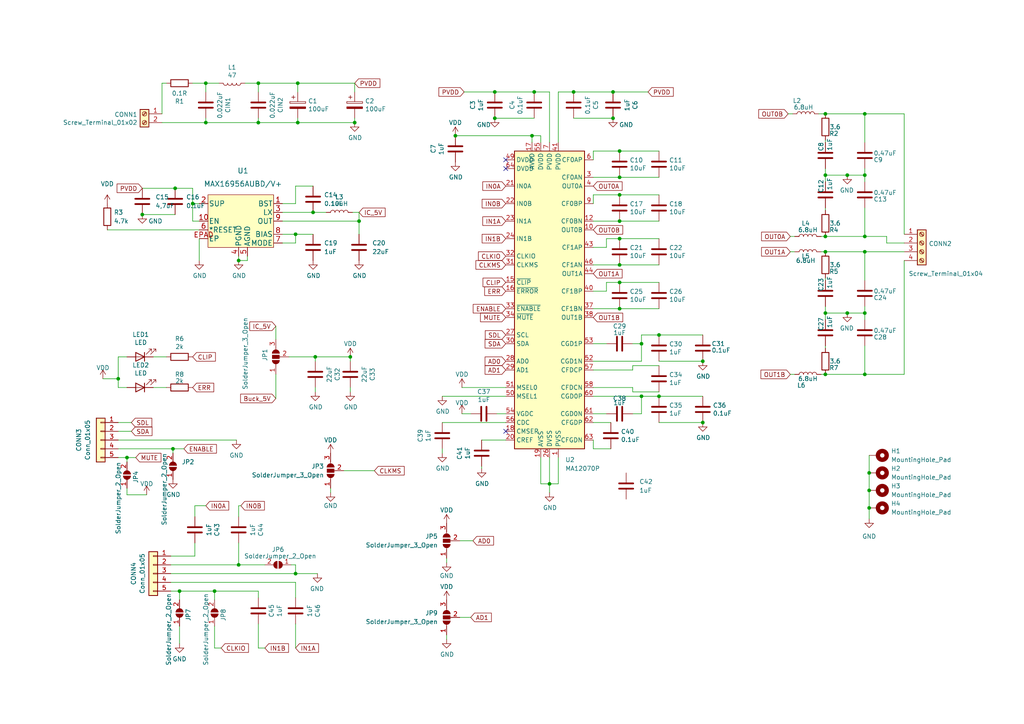
<source format=kicad_sch>
(kicad_sch (version 20211123) (generator eeschema)
  (paper "A4")
  (junction (at 239.395 90.805))
  (junction (at 203.835 122.555))
  (junction (at 250.825 73.025))
  (junction (at 239.395 108.585))
  (junction (at 143.51 34.29))
  (junction (at 85.725 166.37))
  (junction (at 239.395 68.58))
  (junction (at 85.725 67.945))
  (junction (at 252.095 137.16))
  (junction (at 101.6 103.505))
  (junction (at 59.69 24.13))
  (junction (at 143.51 26.67))
  (junction (at 91.44 103.505))
  (junction (at 252.095 147.32))
  (junction (at 55.88 59.055))
  (junction (at 239.395 33.02))
  (junction (at 191.135 97.155))
  (junction (at 90.805 61.595))
  (junction (at 166.37 26.67))
  (junction (at 34.29 109.855))
  (junction (at 245.745 50.8))
  (junction (at 36.83 132.715))
  (junction (at 62.23 171.45))
  (junction (at 250.825 90.805))
  (junction (at 179.705 64.135))
  (junction (at 179.705 51.435))
  (junction (at 154.305 39.37))
  (junction (at 74.93 35.56))
  (junction (at 250.825 50.8))
  (junction (at 69.215 75.565))
  (junction (at 104.14 64.135))
  (junction (at 50.165 130.175))
  (junction (at 179.705 56.515))
  (junction (at 177.8 34.29))
  (junction (at 239.395 73.025))
  (junction (at 250.825 108.585))
  (junction (at 132.08 39.37))
  (junction (at 52.07 171.45))
  (junction (at 186.055 99.695))
  (junction (at 86.36 24.13))
  (junction (at 159.385 140.335))
  (junction (at 250.825 33.02))
  (junction (at 177.8 26.67))
  (junction (at 252.095 142.24))
  (junction (at 186.055 114.935))
  (junction (at 74.93 24.13))
  (junction (at 179.705 76.835))
  (junction (at 245.745 90.805))
  (junction (at 239.395 50.8))
  (junction (at 86.36 35.56))
  (junction (at 203.835 104.775))
  (junction (at 59.69 35.56))
  (junction (at 179.705 89.535))
  (junction (at 69.215 163.83))
  (junction (at 250.825 68.58))
  (junction (at 179.705 81.915))
  (junction (at 102.87 35.56))
  (junction (at 154.94 26.67))
  (junction (at 41.275 62.23))
  (junction (at 179.705 43.815))
  (junction (at 50.8 54.61))
  (junction (at 191.135 114.935))
  (junction (at 179.705 69.215))
  (no_connect (at 146.685 125.095))
  (no_connect (at 146.685 46.355))
  (no_connect (at 146.685 48.895))
  (wire (pts (xy 50.165 130.175) (xy 53.34 130.175)))
  (wire (pts (xy 86.36 24.13) (xy 86.36 26.67)))
  (wire (pts (xy 172.085 104.775) (xy 186.055 104.775)))
  (wire (pts (xy 85.725 53.975) (xy 90.805 53.975)))
  (wire (pts (xy 191.135 106.045) (xy 183.515 106.045)))
  (wire (pts (xy 49.53 163.83) (xy 69.215 163.83)))
  (wire (pts (xy 238.125 68.58) (xy 239.395 68.58)))
  (wire (pts (xy 186.055 99.695) (xy 186.055 97.155)))
  (wire (pts (xy 102.87 24.13) (xy 102.87 26.67)))
  (wire (pts (xy 49.53 166.37) (xy 85.725 166.37)))
  (wire (pts (xy 161.925 41.275) (xy 161.925 26.67)))
  (wire (pts (xy 156.845 132.715) (xy 156.845 140.335)))
  (wire (pts (xy 46.99 35.56) (xy 59.69 35.56)))
  (wire (pts (xy 229.235 68.58) (xy 230.505 68.58)))
  (wire (pts (xy 250.825 100.33) (xy 250.825 108.585)))
  (wire (pts (xy 172.085 114.935) (xy 186.055 114.935)))
  (wire (pts (xy 172.085 84.455) (xy 175.895 84.455)))
  (wire (pts (xy 172.085 64.135) (xy 179.705 64.135)))
  (wire (pts (xy 250.825 73.025) (xy 262.255 73.025)))
  (wire (pts (xy 179.705 76.835) (xy 172.085 76.835)))
  (wire (pts (xy 59.69 24.13) (xy 63.5 24.13)))
  (wire (pts (xy 34.29 122.555) (xy 38.1 122.555)))
  (wire (pts (xy 56.515 149.86) (xy 56.515 146.685)))
  (wire (pts (xy 245.745 90.805) (xy 250.825 90.805)))
  (wire (pts (xy 129.54 184.15) (xy 129.54 185.42)))
  (wire (pts (xy 146.685 114.935) (xy 128.27 114.935)))
  (wire (pts (xy 86.36 24.13) (xy 102.87 24.13)))
  (wire (pts (xy 34.29 127.635) (xy 68.58 127.635)))
  (wire (pts (xy 74.93 35.56) (xy 86.36 35.56)))
  (wire (pts (xy 85.725 67.945) (xy 90.805 67.945)))
  (wire (pts (xy 46.99 24.13) (xy 46.99 33.02)))
  (wire (pts (xy 172.085 51.435) (xy 179.705 51.435)))
  (wire (pts (xy 252.095 142.24) (xy 252.095 147.32)))
  (wire (pts (xy 69.215 163.83) (xy 76.835 163.83)))
  (wire (pts (xy 250.825 88.9) (xy 250.825 90.805)))
  (wire (pts (xy 154.305 39.37) (xy 154.305 41.275)))
  (wire (pts (xy 239.395 60.96) (xy 239.395 60.325)))
  (wire (pts (xy 133.985 120.015) (xy 136.525 120.015)))
  (wire (pts (xy 36.83 132.715) (xy 36.83 133.985)))
  (wire (pts (xy 191.135 114.935) (xy 203.835 114.935)))
  (wire (pts (xy 239.395 50.8) (xy 239.395 52.705)))
  (wire (pts (xy 159.385 132.715) (xy 159.385 140.335)))
  (wire (pts (xy 69.215 146.685) (xy 69.85 146.685)))
  (wire (pts (xy 175.895 84.455) (xy 175.895 81.915)))
  (wire (pts (xy 175.895 69.215) (xy 175.895 71.755)))
  (wire (pts (xy 250.825 33.02) (xy 262.255 33.02)))
  (wire (pts (xy 186.055 99.695) (xy 183.515 99.695)))
  (wire (pts (xy 239.395 88.9) (xy 239.395 90.805)))
  (wire (pts (xy 69.215 74.295) (xy 69.215 75.565)))
  (wire (pts (xy 56.515 146.685) (xy 59.69 146.685)))
  (wire (pts (xy 74.93 187.96) (xy 76.835 187.96)))
  (wire (pts (xy 49.53 171.45) (xy 52.07 171.45)))
  (wire (pts (xy 34.29 109.855) (xy 34.29 112.395)))
  (wire (pts (xy 252.095 137.16) (xy 252.095 142.24)))
  (wire (pts (xy 257.175 70.485) (xy 262.255 70.485)))
  (wire (pts (xy 239.395 81.28) (xy 239.395 80.645)))
  (wire (pts (xy 191.135 76.835) (xy 179.705 76.835)))
  (wire (pts (xy 183.515 107.315) (xy 172.085 107.315)))
  (wire (pts (xy 239.395 68.58) (xy 250.825 68.58)))
  (wire (pts (xy 86.36 35.56) (xy 86.36 34.29)))
  (wire (pts (xy 257.175 68.58) (xy 250.825 68.58)))
  (wire (pts (xy 154.94 26.67) (xy 159.385 26.67)))
  (wire (pts (xy 81.915 61.595) (xy 90.805 61.595)))
  (wire (pts (xy 179.705 69.215) (xy 175.895 69.215)))
  (wire (pts (xy 55.88 59.055) (xy 57.785 59.055)))
  (wire (pts (xy 250.825 90.805) (xy 250.825 92.71)))
  (wire (pts (xy 34.29 125.095) (xy 38.1 125.095)))
  (wire (pts (xy 239.395 50.8) (xy 245.745 50.8)))
  (wire (pts (xy 156.845 39.37) (xy 156.845 41.275)))
  (wire (pts (xy 90.805 61.595) (xy 94.615 61.595)))
  (wire (pts (xy 139.7 135.255) (xy 139.7 135.89)))
  (wire (pts (xy 99.695 136.525) (xy 108.585 136.525)))
  (wire (pts (xy 36.83 132.715) (xy 39.37 132.715)))
  (wire (pts (xy 48.26 103.505) (xy 44.45 103.505)))
  (wire (pts (xy 166.37 26.67) (xy 177.8 26.67)))
  (wire (pts (xy 156.845 140.335) (xy 159.385 140.335)))
  (wire (pts (xy 85.725 163.83) (xy 85.725 166.37)))
  (wire (pts (xy 239.395 108.585) (xy 250.825 108.585)))
  (wire (pts (xy 85.725 168.91) (xy 85.725 173.355)))
  (wire (pts (xy 52.07 181.61) (xy 52.07 186.69)))
  (wire (pts (xy 59.69 34.29) (xy 59.69 35.56)))
  (wire (pts (xy 84.455 163.83) (xy 85.725 163.83)))
  (wire (pts (xy 229.235 108.585) (xy 230.505 108.585)))
  (wire (pts (xy 252.095 132.08) (xy 252.095 137.16)))
  (wire (pts (xy 159.385 41.275) (xy 159.385 26.67)))
  (wire (pts (xy 179.705 69.215) (xy 191.135 69.215)))
  (wire (pts (xy 74.93 24.13) (xy 86.36 24.13)))
  (wire (pts (xy 34.29 103.505) (xy 34.29 109.855)))
  (wire (pts (xy 34.29 130.175) (xy 50.165 130.175)))
  (wire (pts (xy 101.6 113.665) (xy 101.6 112.395)))
  (wire (pts (xy 250.825 33.02) (xy 250.825 41.275)))
  (wire (pts (xy 183.515 112.395) (xy 172.085 112.395)))
  (wire (pts (xy 128.27 131.445) (xy 128.27 130.175)))
  (wire (pts (xy 104.14 61.595) (xy 104.14 64.135)))
  (wire (pts (xy 146.685 112.395) (xy 133.985 112.395)))
  (wire (pts (xy 250.825 50.8) (xy 250.825 52.705)))
  (wire (pts (xy 59.69 24.13) (xy 59.69 26.67)))
  (wire (pts (xy 191.135 51.435) (xy 179.705 51.435)))
  (wire (pts (xy 252.095 147.32) (xy 252.095 150.495)))
  (wire (pts (xy 239.395 41.275) (xy 239.395 40.64)))
  (wire (pts (xy 203.835 122.555) (xy 191.135 122.555)))
  (wire (pts (xy 85.725 59.055) (xy 85.725 53.975)))
  (wire (pts (xy 183.515 106.045) (xy 183.515 107.315)))
  (wire (pts (xy 41.275 62.23) (xy 50.8 62.23)))
  (wire (pts (xy 55.88 54.61) (xy 50.8 54.61)))
  (wire (pts (xy 81.915 70.485) (xy 85.725 70.485)))
  (wire (pts (xy 239.395 100.965) (xy 239.395 100.33)))
  (wire (pts (xy 74.93 24.13) (xy 74.93 26.67)))
  (wire (pts (xy 48.26 24.13) (xy 46.99 24.13)))
  (wire (pts (xy 91.44 104.775) (xy 91.44 103.505)))
  (wire (pts (xy 81.915 67.945) (xy 85.725 67.945)))
  (wire (pts (xy 172.085 71.755) (xy 175.895 71.755)))
  (wire (pts (xy 172.085 56.515) (xy 179.705 56.515)))
  (wire (pts (xy 91.44 112.395) (xy 91.44 113.665)))
  (wire (pts (xy 36.83 141.605) (xy 36.83 143.51)))
  (wire (pts (xy 250.825 73.025) (xy 250.825 81.28)))
  (wire (pts (xy 186.055 120.015) (xy 183.515 120.015)))
  (wire (pts (xy 36.83 143.51) (xy 42.545 143.51)))
  (wire (pts (xy 69.215 75.565) (xy 71.755 75.565)))
  (wire (pts (xy 34.29 132.715) (xy 36.83 132.715)))
  (wire (pts (xy 52.07 171.45) (xy 52.07 173.99)))
  (wire (pts (xy 48.26 112.395) (xy 44.45 112.395)))
  (wire (pts (xy 191.135 97.155) (xy 203.835 97.155)))
  (wire (pts (xy 239.395 73.025) (xy 250.825 73.025)))
  (wire (pts (xy 71.12 24.13) (xy 74.93 24.13)))
  (wire (pts (xy 159.385 140.335) (xy 159.385 142.875)))
  (wire (pts (xy 175.895 120.015) (xy 172.085 120.015)))
  (wire (pts (xy 133.35 179.07) (xy 136.525 179.07)))
  (wire (pts (xy 172.085 99.695) (xy 175.895 99.695)))
  (wire (pts (xy 29.845 109.855) (xy 34.29 109.855)))
  (wire (pts (xy 74.93 35.56) (xy 59.69 35.56)))
  (wire (pts (xy 74.93 180.975) (xy 74.93 187.96)))
  (wire (pts (xy 57.785 69.215) (xy 57.785 75.565)))
  (wire (pts (xy 91.44 103.505) (xy 101.6 103.505)))
  (wire (pts (xy 85.725 70.485) (xy 85.725 67.945)))
  (wire (pts (xy 239.395 48.895) (xy 239.395 50.8)))
  (wire (pts (xy 74.93 34.29) (xy 74.93 35.56)))
  (wire (pts (xy 104.14 67.945) (xy 104.14 64.135)))
  (wire (pts (xy 238.125 73.025) (xy 239.395 73.025)))
  (wire (pts (xy 56.515 157.48) (xy 56.515 161.29)))
  (wire (pts (xy 161.925 26.67) (xy 166.37 26.67)))
  (wire (pts (xy 262.255 33.02) (xy 262.255 67.945)))
  (wire (pts (xy 50.165 130.175) (xy 50.165 131.445)))
  (wire (pts (xy 257.175 70.485) (xy 257.175 68.58)))
  (wire (pts (xy 83.82 103.505) (xy 91.44 103.505)))
  (wire (pts (xy 62.23 187.96) (xy 64.135 187.96)))
  (wire (pts (xy 86.36 35.56) (xy 102.87 35.56)))
  (wire (pts (xy 154.305 39.37) (xy 156.845 39.37)))
  (wire (pts (xy 179.705 56.515) (xy 191.135 56.515)))
  (wire (pts (xy 69.215 149.86) (xy 69.215 146.685)))
  (wire (pts (xy 49.53 161.29) (xy 56.515 161.29)))
  (wire (pts (xy 262.255 108.585) (xy 250.825 108.585)))
  (wire (pts (xy 62.23 181.61) (xy 62.23 187.96)))
  (wire (pts (xy 81.915 59.055) (xy 85.725 59.055)))
  (wire (pts (xy 161.925 132.715) (xy 161.925 140.335)))
  (wire (pts (xy 57.785 64.135) (xy 55.88 64.135)))
  (wire (pts (xy 179.705 43.815) (xy 191.135 43.815)))
  (wire (pts (xy 146.685 122.555) (xy 128.27 122.555)))
  (wire (pts (xy 146.685 120.015) (xy 144.145 120.015)))
  (wire (pts (xy 186.055 97.155) (xy 191.135 97.155)))
  (wire (pts (xy 172.085 130.175) (xy 177.165 130.175)))
  (wire (pts (xy 239.395 33.02) (xy 250.825 33.02)))
  (wire (pts (xy 55.88 59.055) (xy 55.88 54.61)))
  (wire (pts (xy 228.6 33.02) (xy 229.87 33.02)))
  (wire (pts (xy 101.6 103.505) (xy 101.6 104.775)))
  (wire (pts (xy 191.135 113.665) (xy 183.515 113.665)))
  (wire (pts (xy 172.085 122.555) (xy 177.165 122.555)))
  (wire (pts (xy 186.055 114.935) (xy 191.135 114.935)))
  (wire (pts (xy 34.29 112.395) (xy 36.83 112.395)))
  (wire (pts (xy 62.23 171.45) (xy 62.23 173.99)))
  (wire (pts (xy 172.085 43.815) (xy 172.085 46.355)))
  (wire (pts (xy 191.135 89.535) (xy 179.705 89.535)))
  (wire (pts (xy 80.01 94.615) (xy 80.01 98.425)))
  (wire (pts (xy 250.825 48.895) (xy 250.825 50.8)))
  (wire (pts (xy 154.94 26.67) (xy 143.51 26.67)))
  (wire (pts (xy 166.37 34.29) (xy 177.8 34.29)))
  (wire (pts (xy 186.055 104.775) (xy 186.055 99.695)))
  (wire (pts (xy 191.135 81.915) (xy 179.705 81.915)))
  (wire (pts (xy 175.895 81.915) (xy 179.705 81.915)))
  (wire (pts (xy 102.87 35.56) (xy 102.87 34.29)))
  (wire (pts (xy 262.255 75.565) (xy 262.255 108.585)))
  (wire (pts (xy 172.085 43.815) (xy 179.705 43.815)))
  (wire (pts (xy 143.51 34.29) (xy 154.94 34.29)))
  (wire (pts (xy 85.725 187.96) (xy 85.725 180.975)))
  (wire (pts (xy 172.085 56.515) (xy 172.085 59.055)))
  (wire (pts (xy 85.725 166.37) (xy 92.075 166.37)))
  (wire (pts (xy 238.125 108.585) (xy 239.395 108.585)))
  (wire (pts (xy 36.83 103.505) (xy 34.29 103.505)))
  (wire (pts (xy 55.88 24.13) (xy 59.69 24.13)))
  (wire (pts (xy 237.49 33.02) (xy 239.395 33.02)))
  (wire (pts (xy 186.055 114.935) (xy 186.055 120.015)))
  (wire (pts (xy 245.745 50.8) (xy 250.825 50.8)))
  (wire (pts (xy 191.135 104.775) (xy 203.835 104.775)))
  (wire (pts (xy 74.93 173.355) (xy 74.93 171.45)))
  (wire (pts (xy 239.395 90.805) (xy 239.395 92.71)))
  (wire (pts (xy 80.01 115.57) (xy 80.01 108.585)))
  (wire (pts (xy 129.54 161.925) (xy 129.54 163.195)))
  (wire (pts (xy 239.395 90.805) (xy 245.745 90.805)))
  (wire (pts (xy 134.62 26.67) (xy 143.51 26.67)))
  (wire (pts (xy 250.825 60.325) (xy 250.825 68.58)))
  (wire (pts (xy 172.085 89.535) (xy 179.705 89.535)))
  (wire (pts (xy 95.885 141.605) (xy 95.885 142.875)))
  (wire (pts (xy 161.925 140.335) (xy 159.385 140.335)))
  (wire (pts (xy 52.07 171.45) (xy 62.23 171.45)))
  (wire (pts (xy 133.35 156.845) (xy 137.16 156.845)))
  (wire (pts (xy 102.235 61.595) (xy 104.14 61.595)))
  (wire (pts (xy 71.755 75.565) (xy 71.755 74.295)))
  (wire (pts (xy 81.915 64.135) (xy 104.14 64.135)))
  (wire (pts (xy 74.93 171.45) (xy 62.23 171.45)))
  (wire (pts (xy 179.705 64.135) (xy 191.135 64.135)))
  (wire (pts (xy 146.685 127.635) (xy 139.7 127.635)))
  (wire (pts (xy 172.085 127.635) (xy 172.085 130.175)))
  (wire (pts (xy 69.215 157.48) (xy 69.215 163.83)))
  (wire (pts (xy 183.515 113.665) (xy 183.515 112.395)))
  (wire (pts (xy 49.53 168.91) (xy 85.725 168.91)))
  (wire (pts (xy 132.08 39.37) (xy 154.305 39.37)))
  (wire (pts (xy 177.8 26.67) (xy 187.96 26.67)))
  (wire (pts (xy 31.115 66.675) (xy 57.785 66.675)))
  (wire (pts (xy 41.275 54.61) (xy 50.8 54.61)))
  (wire (pts (xy 229.235 73.025) (xy 230.505 73.025)))
  (wire (pts (xy 55.88 64.135) (xy 55.88 59.055)))
  (global_label "IN1B" (shape input) (at 76.835 187.96 0) (property "Intersheet References" "${INTERSHEET_REFS}" (effects hide)))
  (global_label "OUT1A" (shape input) (at 172.085 79.375 0) (property "Intersheet References" "${INTERSHEET_REFS}" (effects hide)))
  (global_label "OUT1B" (shape input) (at 229.235 108.585 180) (property "Intersheet References" "${INTERSHEET_REFS}" (effects hide)))
  (global_label "ENABLE" (shape input) (at 53.34 130.175 0) (property "Intersheet References" "${INTERSHEET_REFS}" (effects hide)))
  (global_label "PVDD" (shape input) (at 102.87 24.13 0) (property "Intersheet References" "${INTERSHEET_REFS}" (effects hide)))
  (global_label "IC_5V" (shape input) (at 104.14 61.595 0) (property "Intersheet References" "${INTERSHEET_REFS}" (effects hide)))
  (global_label "IN0B" (shape input) (at 146.685 59.055 180) (property "Intersheet References" "${INTERSHEET_REFS}" (effects hide)))
  (global_label "MUTE" (shape input) (at 146.685 92.075 180) (property "Intersheet References" "${INTERSHEET_REFS}" (effects hide)))
  (global_label "OUT0A" (shape input) (at 172.085 53.975 0) (property "Intersheet References" "${INTERSHEET_REFS}" (effects hide)))
  (global_label "OUT0A" (shape input) (at 229.235 68.58 180) (property "Intersheet References" "${INTERSHEET_REFS}" (effects hide)))
  (global_label "SDL" (shape input) (at 38.1 122.555 0) (property "Intersheet References" "${INTERSHEET_REFS}" (effects hide)))
  (global_label "CLKMS" (shape input) (at 108.585 136.525 0) (property "Intersheet References" "${INTERSHEET_REFS}" (effects hide)))
  (global_label "CLKIO" (shape input) (at 64.135 187.96 0) (property "Intersheet References" "${INTERSHEET_REFS}" (effects hide)))
  (global_label "PVDD" (shape input) (at 134.62 26.67 180) (property "Intersheet References" "${INTERSHEET_REFS}" (effects hide)))
  (global_label "CLIP" (shape input) (at 55.88 103.505 0) (property "Intersheet References" "${INTERSHEET_REFS}" (effects hide)))
  (global_label "AD0" (shape input) (at 137.16 156.845 0) (property "Intersheet References" "${INTERSHEET_REFS}" (effects hide)))
  (global_label "PVDD" (shape input) (at 187.96 26.67 0) (property "Intersheet References" "${INTERSHEET_REFS}" (effects hide)))
  (global_label "IN1A" (shape input) (at 85.725 187.96 0) (property "Intersheet References" "${INTERSHEET_REFS}" (effects hide)))
  (global_label "SDA" (shape input) (at 146.685 99.695 180) (property "Intersheet References" "${INTERSHEET_REFS}" (effects hide)))
  (global_label "ERR" (shape input) (at 55.88 112.395 0) (property "Intersheet References" "${INTERSHEET_REFS}" (effects hide)))
  (global_label "IN1B" (shape input) (at 146.685 69.215 180) (property "Intersheet References" "${INTERSHEET_REFS}" (effects hide)))
  (global_label "MUTE" (shape input) (at 39.37 132.715 0) (property "Intersheet References" "${INTERSHEET_REFS}" (effects hide)))
  (global_label "AD1" (shape input) (at 136.525 179.07 0) (property "Intersheet References" "${INTERSHEET_REFS}" (effects hide)))
  (global_label "Buck_5V" (shape input) (at 80.01 115.57 180) (property "Intersheet References" "${INTERSHEET_REFS}" (effects hide)))
  (global_label "OUT0B" (shape input) (at 172.085 66.675 0) (property "Intersheet References" "${INTERSHEET_REFS}" (effects hide)))
  (global_label "CLIP" (shape input) (at 146.685 81.915 180) (property "Intersheet References" "${INTERSHEET_REFS}" (effects hide)))
  (global_label "IN0B" (shape input) (at 69.85 146.685 0) (property "Intersheet References" "${INTERSHEET_REFS}" (effects hide)))
  (global_label "CLKMS" (shape input) (at 146.685 76.835 180) (property "Intersheet References" "${INTERSHEET_REFS}" (effects hide)))
  (global_label "IN0A" (shape input) (at 146.685 53.975 180) (property "Intersheet References" "${INTERSHEET_REFS}" (effects hide)))
  (global_label "AD1" (shape input) (at 146.685 107.315 180) (property "Intersheet References" "${INTERSHEET_REFS}" (effects hide)))
  (global_label "ENABLE" (shape input) (at 146.685 89.535 180) (property "Intersheet References" "${INTERSHEET_REFS}" (effects hide)))
  (global_label "IN0A" (shape input) (at 59.69 146.685 0) (property "Intersheet References" "${INTERSHEET_REFS}" (effects hide)))
  (global_label "IC_5V" (shape input) (at 80.01 94.615 180) (property "Intersheet References" "${INTERSHEET_REFS}" (effects hide)))
  (global_label "AD0" (shape input) (at 146.685 104.775 180) (property "Intersheet References" "${INTERSHEET_REFS}" (effects hide)))
  (global_label "OUT0B" (shape input) (at 228.6 33.02 180) (property "Intersheet References" "${INTERSHEET_REFS}" (effects hide)))
  (global_label "ERR" (shape input) (at 146.685 84.455 180) (property "Intersheet References" "${INTERSHEET_REFS}" (effects hide)))
  (global_label "SDL" (shape input) (at 146.685 97.155 180) (property "Intersheet References" "${INTERSHEET_REFS}" (effects hide)))
  (global_label "PVDD" (shape input) (at 41.275 54.61 180) (property "Intersheet References" "${INTERSHEET_REFS}" (effects hide)))
  (global_label "OUT1B" (shape input) (at 172.085 92.075 0) (property "Intersheet References" "${INTERSHEET_REFS}" (effects hide)))
  (global_label "SDA" (shape input) (at 38.1 125.095 0) (property "Intersheet References" "${INTERSHEET_REFS}" (effects hide)))
  (global_label "CLKIO" (shape input) (at 146.685 74.295 180) (property "Intersheet References" "${INTERSHEET_REFS}" (effects hide)))
  (global_label "OUT1A" (shape input) (at 229.235 73.025 180) (property "Intersheet References" "${INTERSHEET_REFS}" (effects hide)))
  (global_label "IN1A" (shape input) (at 146.685 64.135 180) (property "Intersheet References" "${INTERSHEET_REFS}" (effects hide)))
  (symbol (lib_id "Device:L") (at 233.68 33.02 270) (mirror x) (unit 1)
    (property "Reference" "L2" (at 231.14 29.21 90))
    (property "Value" "6.8uH" (at 233.045 31.115 90))
    (property "Footprint" "Inductor_TH_Bourns:L_Radia_Zylinder_D9.0_P5.0" (effects hide))
  )
  (symbol (lib_id "Device:R") (at 239.395 36.83 0) (mirror y) (unit 1)
    (property "Reference" "R2" (at 243.205 38.735 0) (effects (justify left)))
    (property "Value" "3.6" (at 243.84 36.83 0) (effects (justify left)))
    (property "Footprint" "Resistor_SMD:R_1206_3216Metric_Pad1.30x1.75mm_HandSolder" (effects hide))
  )
  (symbol (lib_id "Device:C") (at 239.395 45.085 0) (mirror y) (unit 1)
    (property "Reference" "C8" (at 238.125 42.545 90))
    (property "Value" "1uF" (at 240.665 41.91 90))
    (property "Footprint" "Capacitor_TH_TDK:C_Rect_L7.3_W4.5_P5.0" (effects hide))
    (property "property_1" "L13.0xW5.0" (effects hide))
    (property "infineonRef" "C0A0" (effects hide))
  )
  (symbol (lib_id "power:GND") (at 245.745 50.8 0) (mirror y) (unit 1)
    (property "Reference" "#PWR06" (effects hide))
    (property "Value" "GND" (at 245.618 55.1942 0))
  )
  (symbol (lib_id "Device:L") (at 234.315 68.58 270) (mirror x) (unit 1)
    (property "Reference" "L4" (at 233.68 64.77 90))
    (property "Value" "6.8uH" (at 234.315 66.675 90))
    (property "Footprint" "Inductor_TH_Bourns:L_Radia_Zylinder_D9.0_P5.0" (effects hide))
  )
  (symbol (lib_id "Device:C") (at 250.825 45.085 180) (unit 1)
    (property "Reference" "C9" (at 253.365 46.355 0) (effects (justify right)))
    (property "Value" "0.47uF" (at 253.365 44.45 0) (effects (justify right)))
    (property "Footprint" "Capacitor_TH_TDK:C_Rect_L7.3_W4.5_P5.0" (effects hide))
    (property "infineonRef" "C0B1" (effects hide))
    (property "property_1" "L7.2xW4.5" (effects hide))
  )
  (symbol (lib_id "Device:R") (at 239.395 64.77 0) (mirror y) (unit 1)
    (property "Reference" "R4" (at 243.205 66.675 0) (effects (justify left)))
    (property "Value" "3.6" (at 243.84 64.77 0) (effects (justify left)))
    (property "Footprint" "Resistor_SMD:R_1206_3216Metric_Pad1.30x1.75mm_HandSolder" (effects hide))
  )
  (symbol (lib_id "Device:C") (at 239.395 56.515 180) (unit 1)
    (property "Reference" "C12" (at 238.125 53.975 90))
    (property "Value" "1uF" (at 240.665 53.34 90))
    (property "Footprint" "Capacitor_TH_TDK:C_Rect_L7.3_W4.5_P5.0" (effects hide))
    (property "property_1" "L13.0xW5.0" (effects hide))
    (property "infineonRef" "C0B0" (effects hide))
  )
  (symbol (lib_id "Device:C") (at 250.825 56.515 180) (unit 1)
    (property "Reference" "C13" (at 253.365 57.785 0) (effects (justify right)))
    (property "Value" "0.47uF" (at 253.365 55.88 0) (effects (justify right)))
    (property "Footprint" "Capacitor_TH_TDK:C_Rect_L7.3_W4.5_P5.0" (effects hide))
    (property "infineonRef" "C0A1" (effects hide))
    (property "property_1" "L7.2xW4.5" (effects hide))
  )
  (symbol (lib_id "Connector:Screw_Terminal_01x04") (at 267.335 70.485 0) (unit 1)
    (property "Reference" "CONN2" (at 269.367 70.6882 0) (effects (justify left)))
    (property "Value" "Screw_Terminal_01x04" (at 263.525 79.375 0) (effects (justify left)))
    (property "Footprint" "TerminalBlock_Phoenix:TerminalBlock_Phoenix_MKDS-1,5-4_1x04_P5.00mm_Horizontal" (effects hide))
  )
  (symbol (lib_id "Connector:Screw_Terminal_01x02") (at 41.91 33.02 0) (mirror y) (unit 1)
    (property "Reference" "CONN1" (at 39.878 33.2232 0) (effects (justify left)))
    (property "Value" "Screw_Terminal_01x02" (at 39.878 35.5346 0) (effects (justify left)))
    (property "Footprint" "TerminalBlock_Phoenix:TerminalBlock_Phoenix_MKDS-1,5-2_1x02_P5.00mm_Horizontal" (effects hide))
  )
  (symbol (lib_id "Device:C") (at 179.705 47.625 0) (unit 1)
    (property "Reference" "C10" (at 182.626 46.4566 0) (effects (justify left)))
    (property "Value" "10uF" (at 182.626 48.768 0) (effects (justify left)))
    (property "Footprint" "Capacitor_SMD:C_1206_3216Metric_Pad1.33x1.80mm_HandSolder" (effects hide))
    (property "infineonRef" "CF0A0" (effects hide))
    (property "property_1" "X5R" (effects hide))
    (property "property_2" "25V" (effects hide))
  )
  (symbol (lib_id "Device:C") (at 191.135 47.625 0) (unit 1)
    (property "Reference" "C11" (at 194.056 46.4566 0) (effects (justify left)))
    (property "Value" "10uF" (at 194.056 48.768 0) (effects (justify left)))
    (property "Footprint" "Capacitor_SMD:C_1206_3216Metric_Pad1.33x1.80mm_HandSolder" (effects hide))
    (property "infineonRef" "CF0A1" (effects hide))
    (property "property_1" "X5R" (effects hide))
    (property "property_2" "25V" (effects hide))
  )
  (symbol (lib_id "Device:C") (at 179.705 60.325 0) (unit 1)
    (property "Reference" "C17" (at 182.626 59.1566 0) (effects (justify left)))
    (property "Value" "10uF" (at 182.626 61.468 0) (effects (justify left)))
    (property "Footprint" "Capacitor_SMD:C_1206_3216Metric_Pad1.33x1.80mm_HandSolder" (effects hide))
    (property "infineonRef" "CF0B0" (effects hide))
    (property "property_1" "X5R" (effects hide))
    (property "property_2" "25V" (effects hide))
  )
  (symbol (lib_id "Device:C") (at 191.135 60.325 0) (unit 1)
    (property "Reference" "C18" (at 194.056 59.1566 0) (effects (justify left)))
    (property "Value" "10uF" (at 194.056 61.468 0) (effects (justify left)))
    (property "Footprint" "Capacitor_SMD:C_1206_3216Metric_Pad1.33x1.80mm_HandSolder" (effects hide))
    (property "infineonRef" "CF0B1" (effects hide))
    (property "property_1" "X5R" (effects hide))
    (property "property_2" "25V" (effects hide))
  )
  (symbol (lib_id "Device:C") (at 179.705 73.025 0) (unit 1)
    (property "Reference" "C21" (at 182.626 71.8566 0) (effects (justify left)))
    (property "Value" "10uF" (at 182.626 74.168 0) (effects (justify left)))
    (property "Footprint" "Capacitor_SMD:C_1206_3216Metric_Pad1.33x1.80mm_HandSolder" (effects hide))
    (property "infineonRef" "CF1A0" (effects hide))
    (property "property_1" "X5R" (effects hide))
    (property "property_2" "25V" (effects hide))
  )
  (symbol (lib_id "Device:C") (at 191.135 73.025 0) (unit 1)
    (property "Reference" "C22" (at 194.056 71.8566 0) (effects (justify left)))
    (property "Value" "10uF" (at 194.056 74.168 0) (effects (justify left)))
    (property "Footprint" "Capacitor_SMD:C_1206_3216Metric_Pad1.33x1.80mm_HandSolder" (effects hide))
    (property "infineonRef" "CF1A1" (effects hide))
    (property "property_1" "X5R" (effects hide))
    (property "property_2" "25V" (effects hide))
  )
  (symbol (lib_id "Device:C") (at 179.705 85.725 0) (unit 1)
    (property "Reference" "C25" (at 182.626 84.5566 0) (effects (justify left)))
    (property "Value" "10uF" (at 182.626 86.868 0) (effects (justify left)))
    (property "Footprint" "Capacitor_SMD:C_1206_3216Metric_Pad1.33x1.80mm_HandSolder" (effects hide))
    (property "infineonRef" "CF1B0" (effects hide))
    (property "property_1" "X5R" (effects hide))
    (property "property_2" "25V" (effects hide))
  )
  (symbol (lib_id "Device:C") (at 191.135 85.725 0) (unit 1)
    (property "Reference" "C26" (at 194.056 84.5566 0) (effects (justify left)))
    (property "Value" "10uF" (at 194.056 86.868 0) (effects (justify left)))
    (property "Footprint" "Capacitor_SMD:C_1206_3216Metric_Pad1.33x1.80mm_HandSolder" (effects hide))
    (property "infineonRef" "CF1B1" (effects hide))
    (property "property_1" "X5R" (effects hide))
    (property "property_2" "25V" (effects hide))
  )
  (symbol (lib_id "power:GND") (at 129.54 185.42 0) (unit 1)
    (property "Reference" "#PWR036" (effects hide))
    (property "Value" "GND" (at 129.667 189.8142 0))
  )
  (symbol (lib_id "power:GND") (at 129.54 163.195 0) (unit 1)
    (property "Reference" "#PWR033" (effects hide))
    (property "Value" "GND" (at 129.54 167.005 0))
  )
  (symbol (lib_id "power:GND") (at 128.27 114.935 0) (unit 1)
    (property "Reference" "#PWR020" (effects hide))
    (property "Value" "GND" (at 128.397 119.3292 0))
  )
  (symbol (lib_id "power:GND") (at 159.385 142.875 0) (unit 1)
    (property "Reference" "#PWR029" (effects hide))
    (property "Value" "GND" (at 159.512 147.2692 0))
  )
  (symbol (lib_id "Device:C") (at 179.705 99.695 270) (unit 1)
    (property "Reference" "C29" (at 179.705 94.615 90))
    (property "Value" "1uF" (at 179.705 96.52 90))
    (property "Footprint" "Capacitor_SMD:C_1206_3216Metric_Pad1.33x1.80mm_HandSolder" (effects hide))
    (property "infineonRef" "CGD0" (effects hide))
    (property "property_1" "X7R" (effects hide))
    (property "property_2" "25V" (effects hide))
  )
  (symbol (lib_id "Device:C") (at 191.135 100.965 0) (unit 1)
    (property "Reference" "C30" (at 194.056 99.7966 0) (effects (justify left)))
    (property "Value" "1uF" (at 194.056 102.108 0) (effects (justify left)))
    (property "Footprint" "Capacitor_SMD:C_1206_3216Metric_Pad1.33x1.80mm_HandSolder" (effects hide))
    (property "infineonRef" "CGD1N1" (effects hide))
    (property "property_1" "X5R" (effects hide))
    (property "property_2" "50V" (effects hide))
  )
  (symbol (lib_id "Device:C") (at 203.835 100.965 180) (unit 1)
    (property "Reference" "C31" (at 206.375 99.695 0) (effects (justify right)))
    (property "Value" "0.1uF" (at 206.375 101.6 0) (effects (justify right)))
    (property "Footprint" "Capacitor_SMD:C_1206_3216Metric_Pad1.33x1.80mm_HandSolder" (effects hide))
    (property "infineonRef" "CGD1N0" (effects hide))
    (property "property_1" "X7R" (effects hide))
    (property "property_2" "50V" (effects hide))
  )
  (symbol (lib_id "power:GND") (at 203.835 122.555 0) (unit 1)
    (property "Reference" "#PWR022" (effects hide))
    (property "Value" "GND" (at 203.962 126.9492 0))
  )
  (symbol (lib_id "Device:C") (at 140.335 120.015 270) (unit 1)
    (property "Reference" "C37" (at 140.335 113.6142 90))
    (property "Value" "1uF" (at 140.335 115.9256 90))
    (property "Footprint" "Capacitor_SMD:C_1206_3216Metric_Pad1.33x1.80mm_HandSolder" (effects hide))
    (property "infineonRef" "CVGDC" (effects hide))
    (property "property_1" "X7R" (effects hide))
    (property "property_2" "25V" (effects hide))
  )
  (symbol (lib_id "Device:C") (at 128.27 126.365 0) (unit 1)
    (property "Reference" "C39" (at 121.92 126.365 90))
    (property "Value" "1uF" (at 124.1806 126.365 90))
    (property "Footprint" "Capacitor_SMD:C_1206_3216Metric_Pad1.33x1.80mm_HandSolder" (effects hide))
    (property "infineonRef" "CCDC" (effects hide))
    (property "property_1" "X7R" (effects hide))
    (property "property_2" "25V" (effects hide))
  )
  (symbol (lib_id "power:GND") (at 128.27 131.445 0) (unit 1)
    (property "Reference" "#PWR025" (effects hide))
    (property "Value" "GND" (at 128.397 135.8392 0))
  )
  (symbol (lib_id "Device:C") (at 139.7 131.445 0) (unit 1)
    (property "Reference" "C41" (at 133.2992 131.445 90))
    (property "Value" "1uF" (at 135.6106 131.445 90))
    (property "Footprint" "Capacitor_SMD:C_1206_3216Metric_Pad1.33x1.80mm_HandSolder" (effects hide))
    (property "infineonRef" "CCREF" (effects hide))
    (property "property_1" "X7R" (effects hide))
    (property "property_2" "25V" (effects hide))
  )
  (symbol (lib_id "power:GND") (at 139.7 135.89 0) (unit 1)
    (property "Reference" "#PWR026" (effects hide))
    (property "Value" "GND" (at 139.827 140.2842 0))
  )
  (symbol (lib_id "Device:C") (at 177.165 126.365 180) (unit 1)
    (property "Reference" "C40" (at 180.086 125.1966 0) (effects (justify right)))
    (property "Value" "0.1uF" (at 180.086 127.508 0) (effects (justify right)))
    (property "Footprint" "Capacitor_SMD:C_1206_3216Metric_Pad1.33x1.80mm_HandSolder" (effects hide))
    (property "infineonRef" "CFGD" (effects hide))
    (property "property_1" "X7R" (effects hide))
    (property "property_2" "50V" (effects hide))
  )
  (symbol (lib_id "Device:C") (at 179.705 120.015 270) (unit 1)
    (property "Reference" "C38" (at 179.705 115.57 90))
    (property "Value" "1uF" (at 179.705 116.84 90))
    (property "Footprint" "Capacitor_SMD:C_1206_3216Metric_Pad1.33x1.80mm_HandSolder" (effects hide))
    (property "infineonRef" "CGD1" (effects hide))
    (property "property_1" "X7R" (effects hide))
    (property "property_2" "25V" (effects hide))
  )
  (symbol (lib_id "Device:C") (at 191.135 118.745 0) (unit 1)
    (property "Reference" "C35" (at 194.056 117.5766 0) (effects (justify left)))
    (property "Value" "1uF" (at 194.056 119.888 0) (effects (justify left)))
    (property "Footprint" "Capacitor_SMD:C_1206_3216Metric_Pad1.33x1.80mm_HandSolder" (effects hide))
    (property "infineonRef" "CGD0N1" (effects hide))
    (property "property_1" "X5R" (effects hide))
    (property "property_2" "50V" (effects hide))
  )
  (symbol (lib_id "Device:C") (at 203.835 118.745 180) (unit 1)
    (property "Reference" "C36" (at 206.756 117.5766 0) (effects (justify right)))
    (property "Value" "0.1uF" (at 206.756 119.888 0) (effects (justify right)))
    (property "Footprint" "Capacitor_SMD:C_1206_3216Metric_Pad1.33x1.80mm_HandSolder" (effects hide))
    (property "infineonRef" "CGD0N0" (effects hide))
    (property "property_1" "X7R" (effects hide))
    (property "property_2" "50V" (effects hide))
  )
  (symbol (lib_id "power:GND") (at 203.835 104.775 0) (unit 1)
    (property "Reference" "#PWR015" (effects hide))
    (property "Value" "GND" (at 203.962 109.1692 0))
  )
  (symbol (lib_id "Device:C") (at 191.135 109.855 0) (unit 1)
    (property "Reference" "C34" (at 194.056 108.6866 0) (effects (justify left)))
    (property "Value" "1uF" (at 194.056 110.998 0) (effects (justify left)))
    (property "Footprint" "Capacitor_SMD:C_1206_3216Metric_Pad1.33x1.80mm_HandSolder" (effects hide))
    (property "infineonRef" "CFDC" (effects hide))
    (property "property_1" "X7R" (effects hide))
    (property "property_2" "25V" (effects hide))
  )
  (symbol (lib_id "Device:C") (at 166.37 30.48 0) (unit 1)
    (property "Reference" "C5" (at 172.7708 30.48 90))
    (property "Value" "0.1uF" (at 170.4594 30.48 90))
    (property "Footprint" "Capacitor_SMD:C_1206_3216Metric_Pad1.33x1.80mm_HandSolder" (effects hide))
    (property "infineonRef" "CPVDD1A" (effects hide))
    (property "property_1" "X7R" (effects hide))
    (property "property_2" "50V" (effects hide))
  )
  (symbol (lib_id "Device:C") (at 177.8 30.48 0) (unit 1)
    (property "Reference" "C6" (at 184.2008 30.48 90))
    (property "Value" "1uF" (at 181.8894 30.48 90))
    (property "Footprint" "Capacitor_SMD:C_1206_3216Metric_Pad1.33x1.80mm_HandSolder" (effects hide))
    (property "infineonRef" "CPVDD1B" (effects hide))
    (property "property_1" "X5R" (effects hide))
    (property "property_2" "50V" (effects hide))
  )
  (symbol (lib_id "power:GND") (at 177.8 34.29 0) (unit 1)
    (property "Reference" "#PWR02" (effects hide))
    (property "Value" "GND" (at 181.61 36.195 0))
  )
  (symbol (lib_id "Device:C") (at 154.94 30.48 0) (mirror y) (unit 1)
    (property "Reference" "C4" (at 148.5392 30.48 90))
    (property "Value" "0.1uF" (at 150.8506 30.48 90))
    (property "Footprint" "Capacitor_SMD:C_1206_3216Metric_Pad1.33x1.80mm_HandSolder" (effects hide))
    (property "infineonRef" "CPVDD0A" (effects hide))
    (property "property_1" "X7R" (effects hide))
    (property "property_2" "50V" (effects hide))
  )
  (symbol (lib_id "Device:C") (at 143.51 30.48 0) (mirror y) (unit 1)
    (property "Reference" "C3" (at 137.1092 30.48 90))
    (property "Value" "1uF" (at 139.4206 30.48 90))
    (property "Footprint" "Capacitor_SMD:C_1206_3216Metric_Pad1.33x1.80mm_HandSolder" (effects hide))
    (property "infineonRef" "CPVDD0B" (effects hide))
    (property "property_1" "X5R" (effects hide))
    (property "property_2" "50V" (effects hide))
  )
  (symbol (lib_id "power:GND") (at 143.51 34.29 0) (mirror y) (unit 1)
    (property "Reference" "#PWR01" (effects hide))
    (property "Value" "GND" (at 140.335 36.195 0))
  )
  (symbol (lib_id "Device:C") (at 132.08 43.18 0) (mirror y) (unit 1)
    (property "Reference" "C7" (at 125.6792 43.18 90))
    (property "Value" "1uF" (at 127.9906 43.18 90))
    (property "Footprint" "Capacitor_SMD:C_1206_3216Metric_Pad1.33x1.80mm_HandSolder" (effects hide))
    (property "infineonRef" "CAVDD0" (effects hide))
    (property "property_1" "X7R" (effects hide))
    (property "property_2" "25V" (effects hide))
  )
  (symbol (lib_id "power:GND") (at 132.08 46.99 0) (unit 1)
    (property "Reference" "#PWR05" (effects hide))
    (property "Value" "GND" (at 132.207 51.3842 0))
  )
  (symbol (lib_id "Device:R") (at 52.07 103.505 270) (unit 1)
    (property "Reference" "R6" (at 52.07 98.2472 90))
    (property "Value" "2k" (at 52.07 100.5586 90))
    (property "Footprint" "Resistor_SMD:R_1206_3216Metric_Pad1.30x1.75mm_HandSolder" (effects hide))
    (property "infineonRef" "R_CLIP" (effects hide))
  )
  (symbol (lib_id "Device:R") (at 52.07 112.395 270) (unit 1)
    (property "Reference" "R8" (at 52.07 108.585 90))
    (property "Value" "2k" (at 52.07 110.49 90))
    (property "Footprint" "Resistor_SMD:R_1206_3216Metric_Pad1.30x1.75mm_HandSolder" (effects hide))
    (property "infineonRef" "R_ERROR" (effects hide))
  )
  (symbol (lib_id "Device:LED") (at 40.64 103.505 180) (unit 1)
    (property "Reference" "LED1" (at 40.8178 97.028 0))
    (property "Value" "LED" (at 40.8178 99.3394 0))
    (property "Footprint" "LED_SMD:LED_1206_3216Metric_Pad1.42x1.75mm_HandSolder" (effects hide))
    (property "infineonRef" "CLIP_LED_1" (effects hide))
  )
  (symbol (lib_id "Device:LED") (at 40.64 112.395 180) (unit 1)
    (property "Reference" "LED2" (at 40.8178 105.918 0))
    (property "Value" "LED" (at 40.8178 108.2294 0))
    (property "Footprint" "LED_SMD:LED_1206_3216Metric_Pad1.42x1.75mm_HandSolder" (effects hide))
    (property "infineonRef" "ERROR_LED_1" (effects hide))
  )
  (symbol (lib_id "Device:C") (at 91.44 108.585 0) (mirror x) (unit 1)
    (property "Reference" "C32" (at 97.8408 108.585 90))
    (property "Value" "22uF" (at 95.5294 108.585 90))
    (property "Footprint" "Capacitor_SMD:C_1206_3216Metric_Pad1.33x1.80mm_HandSolder" (effects hide))
    (property "infineonRef" "COUNTBUCK0" (effects hide))
    (property "property_2" "50V" (effects hide))
  )
  (symbol (lib_id "power:GND") (at 91.44 113.665 0) (unit 1)
    (property "Reference" "#PWR018" (effects hide))
    (property "Value" "GND" (at 91.567 118.0592 0))
  )
  (symbol (lib_id "Device:C") (at 101.6 108.585 0) (mirror x) (unit 1)
    (property "Reference" "C33" (at 108.0008 108.585 90))
    (property "Value" "22uF" (at 105.6894 108.585 90))
    (property "Footprint" "Capacitor_SMD:C_1206_3216Metric_Pad1.33x1.80mm_HandSolder" (effects hide))
    (property "infineonRef" "COUNTBUCK1" (effects hide))
    (property "property_2" "50V" (effects hide))
  )
  (symbol (lib_id "power:GND") (at 101.6 113.665 0) (unit 1)
    (property "Reference" "#PWR019" (effects hide))
    (property "Value" "GND" (at 101.727 118.0592 0))
  )
  (symbol (lib_id "Device:R") (at 52.07 24.13 90) (unit 1)
    (property "Reference" "R1" (at 52.07 29.3878 90))
    (property "Value" "0.1R" (at 52.07 27.0764 90))
    (property "Footprint" "Resistor_SMD:R_1206_3216Metric_Pad1.30x1.75mm_HandSolder" (effects hide))
    (property "infineonRef" "RPVDD1" (effects hide))
  )
  (symbol (lib_id "Device:C") (at 59.69 30.48 0) (mirror x) (unit 1)
    (property "Reference" "CIN1" (at 66.0908 30.48 90))
    (property "Value" "0.022uF" (at 63.7794 30.48 90))
    (property "Footprint" "Capacitor_SMD:C_1206_3216Metric_Pad1.33x1.80mm_HandSolder" (effects hide))
    (property "infineonRef" "CIN0" (effects hide))
    (property "property_1" "X7R" (effects hide))
    (property "property_2" "50V" (effects hide))
  )
  (symbol (lib_id "Device:L") (at 67.31 24.13 270) (unit 1)
    (property "Reference" "L1" (at 67.31 19.5326 90))
    (property "Value" "47" (at 67.31 21.844 90))
    (property "Footprint" "Inductor_SMD:L_2010_5025Metric_Pad1.52x2.65mm_HandSolder" (effects hide))
    (property "infineonRef" "LSUP1" (effects hide))
  )
  (symbol (lib_id "Device:C") (at 74.93 30.48 0) (mirror x) (unit 1)
    (property "Reference" "CIN2" (at 81.3308 30.48 90))
    (property "Value" "0.022uF" (at 79.0194 30.48 90))
    (property "Footprint" "Capacitor_SMD:C_1206_3216Metric_Pad1.33x1.80mm_HandSolder" (effects hide))
    (property "infineonRef" "CIN1" (effects hide))
    (property "property_1" "X7R" (effects hide))
    (property "property_2" "50V" (effects hide))
  )
  (symbol (lib_id "Device:CP") (at 86.36 30.48 0) (unit 1)
    (property "Reference" "C1" (at 89.3572 29.3116 0) (effects (justify left)))
    (property "Value" "100uF" (at 89.3572 31.623 0) (effects (justify left)))
    (property "Footprint" "Capacitor_THT:CP_Radial_D10.0mm_P5.00mm" (effects hide))
    (property "Datasheet" "https://www.nichicon.co.jp/english/products/pdfs/e-ufg.pdf" (effects hide))
    (property "infineonRef" "CSUP1" (effects hide))
    (property "property_2" "UWT" (effects hide))
    (property "property_1" "35V" (effects hide))
    (property "DigikeyRef" "UFG1V101MPM" (effects hide))
  )
  (symbol (lib_id "Device:CP") (at 102.87 30.48 0) (unit 1)
    (property "Reference" "C2" (at 105.8672 29.3116 0) (effects (justify left)))
    (property "Value" "100uF" (at 105.8672 31.623 0) (effects (justify left)))
    (property "Footprint" "Capacitor_THT:CP_Radial_D10.0mm_P5.00mm" (effects hide))
    (property "Datasheet" "https://www.nichicon.co.jp/english/products/pdfs/e-ufg.pdf" (effects hide))
    (property "infineonRef" "CSUP2" (effects hide))
    (property "property_2" "UWT" (effects hide))
    (property "property_1" "35V" (effects hide))
    (property "DigikeyRef" "UFG1V101MPM" (effects hide))
  )
  (symbol (lib_id "power:GND") (at 102.87 35.56 0) (unit 1)
    (property "Reference" "#PWR03" (effects hide))
    (property "Value" "GND" (at 102.997 39.9542 0))
  )
  (symbol (lib_id "Device:C") (at 90.805 71.755 0) (unit 1)
    (property "Reference" "C19" (at 93.98 70.4849 0) (effects (justify left)))
    (property "Value" "1uF" (at 93.98 73.0249 0) (effects (justify left)))
    (property "Footprint" "Capacitor_SMD:C_1206_3216Metric_Pad1.33x1.80mm_HandSolder" (effects hide))
  )
  (symbol (lib_id "Device:C") (at 104.14 71.755 0) (unit 1)
    (property "Reference" "C20" (at 107.95 70.4849 0) (effects (justify left)))
    (property "Value" "22uF" (at 107.95 73.0249 0) (effects (justify left)))
    (property "Footprint" "Capacitor_SMD:C_1206_3216Metric_Pad1.33x1.80mm_HandSolder" (effects hide))
  )
  (symbol (lib_id "Jumper:SolderJumper_2_Open") (at 62.23 177.8 90) (unit 1)
    (property "Reference" "JP8" (at 64.77 176.53 0) (effects (justify right)))
    (property "Value" "SolderJumper_2_Open" (at 59.69 172.085 0) (effects (justify right)))
    (property "Footprint" "Jumper:SolderJumper-2_P1.3mm_Open_Pad1.0x1.5mm" (effects hide))
  )
  (symbol (lib_id "power:VDD") (at 42.545 143.51 0) (unit 1)
    (property "Reference" "#PWR030" (effects hide))
    (property "Value" "VDD" (at 42.545 140.335 0))
  )
  (symbol (lib_id "Device:R") (at 31.115 62.865 0) (unit 1)
    (property "Reference" "R3" (at 33.02 61.5949 0) (effects (justify left)))
    (property "Value" "4.7k" (at 33.02 64.1349 0) (effects (justify left)))
    (property "Footprint" "Resistor_SMD:R_1206_3216Metric_Pad1.30x1.75mm_HandSolder" (effects hide))
  )
  (symbol (lib_id "Jumper:SolderJumper_2_Open") (at 52.07 177.8 90) (unit 1)
    (property "Reference" "JP7" (at 54.61 176.53 0) (effects (justify right)))
    (property "Value" "SolderJumper_2_Open" (at 48.895 172.085 0) (effects (justify right)))
    (property "Footprint" "Jumper:SolderJumper-2_P1.3mm_Open_Pad1.0x1.5mm" (effects hide))
  )
  (symbol (lib_id "Jumper:SolderJumper_3_Open") (at 129.54 156.845 90) (unit 1)
    (property "Reference" "JP5" (at 127 155.5749 90) (effects (justify left)))
    (property "Value" "SolderJumper_3_Open" (at 127 158.1149 90) (effects (justify left)))
    (property "Footprint" "Jumper:SolderJumper-3_P1.3mm_Open_Pad1.0x1.5mm" (effects hide))
    (property "infineonRef" "JP_RD1" (effects hide))
  )
  (symbol (lib_id "Jumper:SolderJumper_2_Open") (at 50.165 135.255 90) (unit 1)
    (property "Reference" "JP2" (at 52.705 133.9849 90) (effects (justify right)))
    (property "Value" "SolderJumper_2_Open" (at 47.625 131.445 0) (effects (justify right)))
    (property "Footprint" "Jumper:SolderJumper-2_P1.3mm_Open_Pad1.0x1.5mm" (effects hide))
  )
  (symbol (lib_id "power:VDD") (at 133.985 120.015 0) (unit 1)
    (property "Reference" "#PWR021" (effects hide))
    (property "Value" "VDD" (at 133.985 116.84 0))
  )
  (symbol (lib_id "Device:L") (at 234.315 73.025 270) (mirror x) (unit 1)
    (property "Reference" "L5" (at 233.68 74.295 90))
    (property "Value" "6.8uH" (at 233.68 75.565 90))
    (property "Footprint" "Inductor_TH_Bourns:L_Radia_Zylinder_D9.0_P5.0" (effects hide))
  )
  (symbol (lib_id "power:GND") (at 245.745 90.805 0) (mirror y) (unit 1)
    (property "Reference" "#PWR013" (effects hide))
    (property "Value" "GND" (at 245.618 95.1992 0))
  )
  (symbol (lib_id "Mechanical:MountingHole_Pad") (at 254.635 137.16 270) (unit 1)
    (property "Reference" "H2" (at 258.445 135.8899 90) (effects (justify left)))
    (property "Value" "MountingHole_Pad" (at 258.445 138.4299 90) (effects (justify left)))
    (property "Footprint" "MountingHole:MountingHole_4mm_Pad" (effects hide))
  )
  (symbol (lib_id "power:GND") (at 68.58 127.635 0) (unit 1)
    (property "Reference" "#PWR023" (effects hide))
    (property "Value" "GND" (at 68.58 132.08 0))
  )
  (symbol (lib_id "power:GND") (at 95.885 142.875 0) (unit 1)
    (property "Reference" "#PWR028" (effects hide))
    (property "Value" "GND" (at 95.885 146.685 0))
  )
  (symbol (lib_id "Device:L") (at 98.425 61.595 90) (unit 1)
    (property "Reference" "L3" (at 98.425 57.15 90))
    (property "Value" "10uH" (at 98.425 59.055 90))
    (property "Footprint" "Inductor_TH_Bourns:RLB0712-100KL" (effects hide))
  )
  (symbol (lib_id "Device:C") (at 90.805 57.785 0) (unit 1)
    (property "Reference" "C14" (at 93.98 56.5149 0) (effects (justify left)))
    (property "Value" "0.1uF" (at 93.98 59.0549 0) (effects (justify left)))
    (property "Footprint" "Capacitor_SMD:C_1206_3216Metric_Pad1.33x1.80mm_HandSolder" (effects hide))
  )
  (symbol (lib_id "power:GND") (at 90.805 75.565 0) (unit 1)
    (property "Reference" "#PWR011" (effects hide))
    (property "Value" "GND" (at 90.932 79.9592 0))
  )
  (symbol (lib_id "power:VDD") (at 95.885 131.445 0) (unit 1)
    (property "Reference" "#PWR024" (effects hide))
    (property "Value" "VDD" (at 95.885 127.635 0))
  )
  (symbol (lib_id "Connector_Generic:Conn_01x05") (at 44.45 166.37 0) (mirror y) (unit 1)
    (property "Reference" "CONN4" (at 38.735 166.37 90))
    (property "Value" "Conn_01x05" (at 41.275 166.37 90))
    (property "Footprint" "Connector_PinHeader_2.54mm:PinHeader_1x05_P2.54mm_Vertical" (effects hide))
    (property "infineonRef" "PAUDIO1" (effects hide))
  )
  (symbol (lib_id "power:VDD") (at 132.08 39.37 0) (unit 1)
    (property "Reference" "#PWR04" (effects hide))
    (property "Value" "VDD" (at 132.08 35.56 0))
  )
  (symbol (lib_id "power:GND") (at 252.095 150.495 0) (unit 1)
    (property "Reference" "#PWR031" (effects hide))
    (property "Value" "GND" (at 252.095 155.575 0))
  )
  (symbol (lib_id "Device:C") (at 239.395 96.52 180) (unit 1)
    (property "Reference" "C27" (at 238.125 93.98 90))
    (property "Value" "1uF" (at 240.665 93.345 90))
    (property "Footprint" "Capacitor_TH_TDK:C_Rect_L7.3_W4.5_P5.0" (effects hide))
    (property "property_1" "L13.0xW5.0" (effects hide))
    (property "infineonRef" "C1B0" (effects hide))
  )
  (symbol (lib_id "Jumper:SolderJumper_3_Open") (at 95.885 136.525 90) (unit 1)
    (property "Reference" "JP3" (at 93.98 135.2549 90) (effects (justify left)))
    (property "Value" "SolderJumper_3_Open" (at 93.98 137.7949 90) (effects (justify left)))
    (property "Footprint" "Jumper:SolderJumper-3_P1.3mm_Open_Pad1.0x1.5mm" (effects hide))
  )
  (symbol (lib_id "power:GND") (at 69.215 75.565 0) (unit 1)
    (property "Reference" "#PWR010" (effects hide))
    (property "Value" "GND" (at 69.342 79.9592 0))
  )
  (symbol (lib_id "power:VDD") (at 129.54 151.765 0) (unit 1)
    (property "Reference" "#PWR032" (effects hide))
    (property "Value" "VDD" (at 129.54 147.955 0))
  )
  (symbol (lib_id "power:GND") (at 41.275 62.23 0) (unit 1)
    (property "Reference" "#PWR08" (effects hide))
    (property "Value" "GND" (at 45.085 64.135 0))
  )
  (symbol (lib_id "Device:C") (at 250.825 85.09 180) (unit 1)
    (property "Reference" "C24" (at 253.365 86.36 0) (effects (justify right)))
    (property "Value" "0.47uF" (at 253.365 84.455 0) (effects (justify right)))
    (property "Footprint" "Capacitor_TH_TDK:C_Rect_L7.3_W4.5_P5.0" (effects hide))
    (property "infineonRef" "C1A1" (effects hide))
    (property "property_1" "L7.2xW4.5" (effects hide))
  )
  (symbol (lib_id "Device:C") (at 56.515 153.67 180) (unit 1)
    (property "Reference" "C43" (at 62.9158 153.67 90))
    (property "Value" "1uF" (at 60.6044 153.67 90))
    (property "Footprint" "Capacitor_SMD:C_1206_3216Metric_Pad1.33x1.80mm_HandSolder" (effects hide))
    (property "infineonRef" "CAPIN0B" (effects hide))
    (property "property_1" "X5R" (effects hide))
    (property "property_2" "10V" (effects hide))
  )
  (symbol (lib_id "Device:C") (at 239.395 85.09 0) (mirror y) (unit 1)
    (property "Reference" "C23" (at 238.125 82.55 90))
    (property "Value" "1uF" (at 240.665 81.915 90))
    (property "Footprint" "Capacitor_TH_TDK:C_Rect_L7.3_W4.5_P5.0" (effects hide))
    (property "property_1" "L13.0xW5.0" (effects hide))
    (property "infineonRef" "C1A0" (effects hide))
  )
  (symbol (lib_id "Amplifier_Audio:MA12070P") (at 159.385 86.995 0) (unit 1)
    (property "Reference" "U2" (at 163.9444 133.35 0) (effects (justify left)))
    (property "Value" "MA12070P" (at 163.9444 135.89 0) (effects (justify left)))
    (property "Footprint" "Package_DFN_QFN:QFN-64-1EP_9x9mm_P0.5mm_EP5.45x5.45mm" (effects hide))
    (property "Datasheet" "https://www.infineon.com/dgdl/Infineon-MA12070P-DS-v01_00-EN.pdf?fileId=5546d46264a8de7e0164b761f2f261e4" (effects hide))
  )
  (symbol (lib_id "power:GND") (at 57.785 75.565 0) (unit 1)
    (property "Reference" "#PWR09" (effects hide))
    (property "Value" "GND" (at 57.912 79.9592 0))
  )
  (symbol (lib_id "power:GND") (at 52.07 186.69 0) (unit 1)
    (property "Reference" "#PWR037" (effects hide))
    (property "Value" "GND" (at 52.07 191.135 0))
  )
  (symbol (lib_id "Mechanical:MountingHole_Pad") (at 254.635 142.24 270) (unit 1)
    (property "Reference" "H3" (at 258.445 140.9699 90) (effects (justify left)))
    (property "Value" "MountingHole_Pad" (at 258.445 143.5099 90) (effects (justify left)))
    (property "Footprint" "MountingHole:MountingHole_4mm_Pad" (effects hide))
  )
  (symbol (lib_id "power:GND") (at 104.14 75.565 0) (unit 1)
    (property "Reference" "#PWR012" (effects hide))
    (property "Value" "GND" (at 104.267 79.9592 0))
  )
  (symbol (lib_id "power:VDD") (at 101.6 103.505 0) (unit 1)
    (property "Reference" "#PWR014" (effects hide))
    (property "Value" "VDD" (at 101.6 99.695 0))
  )
  (symbol (lib_id "Device:C") (at 74.93 177.165 0) (unit 1)
    (property "Reference" "C45" (at 78.74 177.165 90))
    (property "Value" "1uF" (at 81.0514 177.165 90))
    (property "Footprint" "Capacitor_SMD:C_1206_3216Metric_Pad1.33x1.80mm_HandSolder" (effects hide))
    (property "infineonRef" "CAPIN1B" (effects hide))
    (property "property_1" "X5R" (effects hide))
    (property "property_2" "10V" (effects hide))
  )
  (symbol (lib_id "Jumper:SolderJumper_2_Open") (at 36.83 137.795 90) (unit 1)
    (property "Reference" "JP4" (at 39.37 136.525 0) (effects (justify right)))
    (property "Value" "SolderJumper_2_Open" (at 34.29 133.985 0) (effects (justify right)))
    (property "Footprint" "Jumper:SolderJumper-2_P1.3mm_Open_Pad1.0x1.5mm" (effects hide))
  )
  (symbol (lib_id "Device:C") (at 41.275 58.42 0) (unit 1)
    (property "Reference" "C15" (at 45.085 57.1499 0) (effects (justify left)))
    (property "Value" "4,7uF" (at 45.085 59.6899 0) (effects (justify left)))
    (property "Footprint" "Capacitor_SMD:C_1206_3216Metric_Pad1.33x1.80mm_HandSolder" (effects hide))
  )
  (symbol (lib_id "Device:C") (at 85.725 177.165 180) (unit 1)
    (property "Reference" "C46" (at 92.1258 177.165 90))
    (property "Value" "1uF" (at 89.8144 177.165 90))
    (property "Footprint" "Capacitor_SMD:C_1206_3216Metric_Pad1.33x1.80mm_HandSolder" (effects hide))
    (property "infineonRef" "CAPIN1A" (effects hide))
    (property "property_1" "X5R" (effects hide))
    (property "property_2" "10V" (effects hide))
  )
  (symbol (lib_id "Device:C") (at 250.825 96.52 180) (unit 1)
    (property "Reference" "C28" (at 253.365 97.79 0) (effects (justify right)))
    (property "Value" "0.47uF" (at 253.365 95.885 0) (effects (justify right)))
    (property "Footprint" "Capacitor_TH_TDK:C_Rect_L7.3_W4.5_P5.0" (effects hide))
    (property "infineonRef" "C1B1" (effects hide))
    (property "property_1" "L7.2xW4.5" (effects hide))
  )
  (symbol (lib_id "Connector_Generic:Conn_01x05") (at 29.21 127.635 0) (mirror y) (unit 1)
    (property "Reference" "CONN3" (at 22.86 127.635 90))
    (property "Value" "Conn_01x05" (at 25.4 127.635 90))
    (property "Footprint" "Connector_PinHeader_2.54mm:PinHeader_1x05_P2.54mm_Vertical" (effects hide))
    (property "infineonRef" "PCTRL1" (effects hide))
  )
  (symbol (lib_id "Device:R") (at 239.395 104.775 0) (mirror y) (unit 1)
    (property "Reference" "R7" (at 243.205 106.68 0) (effects (justify left)))
    (property "Value" "3.6" (at 243.84 104.775 0) (effects (justify left)))
    (property "Footprint" "Resistor_SMD:R_1206_3216Metric_Pad1.30x1.75mm_HandSolder" (effects hide))
  )
  (symbol (lib_id "power:VDD") (at 31.115 59.055 0) (unit 1)
    (property "Reference" "#PWR07" (effects hide))
    (property "Value" "VDD" (at 31.115 53.34 0))
  )
  (symbol (lib_id "max_16956:MAX16956AUBD{slash}V+") (at 70.485 64.135 0) (unit 1)
    (property "Reference" "U1" (at 70.485 49.53 0) (effects (font (size 1.524 1.524))))
    (property "Value" "MAX16956AUBD/V+" (at 70.485 53.34 0) (effects (font (size 1.524 1.524))))
    (property "Footprint" "max_16956:MAX16956AUBD&slash_V&plus_" (effects hide))
  )
  (symbol (lib_id "Mechanical:MountingHole_Pad") (at 254.635 147.32 270) (unit 1)
    (property "Reference" "H4" (at 258.445 146.0499 90) (effects (justify left)))
    (property "Value" "MountingHole_Pad" (at 258.445 148.5899 90) (effects (justify left)))
    (property "Footprint" "MountingHole:MountingHole_4mm_Pad" (effects hide))
  )
  (symbol (lib_id "Mechanical:MountingHole_Pad") (at 254.635 132.08 270) (unit 1)
    (property "Reference" "H1" (at 258.445 130.8099 90) (effects (justify left)))
    (property "Value" "MountingHole_Pad" (at 258.445 133.3499 90) (effects (justify left)))
    (property "Footprint" "MountingHole:MountingHole_4mm_Pad" (effects hide))
  )
  (symbol (lib_id "Jumper:SolderJumper_3_Open") (at 129.54 179.07 90) (unit 1)
    (property "Reference" "JP9" (at 127 177.7999 90) (effects (justify left)))
    (property "Value" "SolderJumper_3_Open" (at 127 180.3399 90) (effects (justify left)))
    (property "Footprint" "Jumper:SolderJumper-3_P1.3mm_Open_Pad1.0x1.5mm" (effects hide))
    (property "infineonRef" "JP_RD2" (effects hide))
  )
  (symbol (lib_id "power:VDD") (at 133.985 112.395 0) (unit 1)
    (property "Reference" "#PWR017" (effects hide))
    (property "Value" "VDD" (at 133.985 108.585 0))
  )
  (symbol (lib_id "power:GND") (at 92.075 166.37 0) (mirror y) (unit 1)
    (property "Reference" "#PWR034" (effects hide))
    (property "Value" "GND" (at 91.948 170.7642 0))
  )
  (symbol (lib_id "Jumper:SolderJumper_3_Open") (at 80.01 103.505 90) (unit 1)
    (property "Reference" "JP1" (at 76.835 104.775 0) (effects (justify left)))
    (property "Value" "SolderJumper_3_Open" (at 71.12 113.03 0) (effects (justify left)))
    (property "Footprint" "Jumper:SolderJumper-3_P1.3mm_Open_Pad1.0x1.5mm" (effects hide))
  )
  (symbol (lib_id "Device:L") (at 234.315 108.585 270) (mirror x) (unit 1)
    (property "Reference" "L6" (at 232.41 111.76 90))
    (property "Value" "6.8uH" (at 234.315 109.855 90))
    (property "Footprint" "Inductor_TH_Bourns:L_Radia_Zylinder_D9.0_P5.0" (effects hide))
  )
  (symbol (lib_id "Device:R") (at 239.395 76.835 0) (mirror y) (unit 1)
    (property "Reference" "R5" (at 243.205 78.74 0) (effects (justify left)))
    (property "Value" "3.6" (at 243.84 76.835 0) (effects (justify left)))
    (property "Footprint" "Resistor_SMD:R_1206_3216Metric_Pad1.30x1.75mm_HandSolder" (effects hide))
  )
  (symbol (lib_id "power:VDD") (at 129.54 173.99 0) (unit 1)
    (property "Reference" "#PWR035" (effects hide))
    (property "Value" "VDD" (at 129.54 170.18 0))
  )
  (symbol (lib_id "Jumper:SolderJumper_2_Open") (at 80.645 163.83 180) (unit 1)
    (property "Reference" "JP6" (at 80.645 159.385 0))
    (property "Value" "SolderJumper_2_Open" (at 81.28 161.29 0))
    (property "Footprint" "Jumper:SolderJumper-2_P1.3mm_Open_Pad1.0x1.5mm" (effects hide))
  )
  (symbol (lib_id "Device:C") (at 181.61 140.97 0) (unit 1)
    (property "Reference" "C42" (at 185.42 139.6999 0) (effects (justify left)))
    (property "Value" "1uF" (at 185.42 142.2399 0) (effects (justify left)))
    (property "Footprint" "Capacitor_SMD:C_1206_3216Metric_Pad1.33x1.80mm_HandSolder" (effects hide))
    (property "infineonRef" "DVDD0" (effects hide))
    (property "property_1" "X7R" (effects hide))
    (property "property_2" "25V" (effects hide))
  )
  (symbol (lib_id "Device:C") (at 69.215 153.67 180) (unit 1)
    (property "Reference" "C44" (at 75.6158 153.67 90))
    (property "Value" "1uF" (at 73.3044 153.67 90))
    (property "Footprint" "Capacitor_SMD:C_1206_3216Metric_Pad1.33x1.80mm_HandSolder" (effects hide))
    (property "infineonRef" "CAPIN0A" (effects hide))
    (property "property_1" "X5R" (effects hide))
    (property "property_2" "10V" (effects hide))
  )
  (symbol (lib_id "Device:C") (at 50.8 58.42 0) (unit 1)
    (property "Reference" "C16" (at 53.975 57.1499 0) (effects (justify left)))
    (property "Value" "0.1uF" (at 53.975 59.6899 0) (effects (justify left)))
    (property "Footprint" "Capacitor_SMD:C_1206_3216Metric_Pad1.33x1.80mm_HandSolder" (effects hide))
  )
  (symbol (lib_id "power:VDD") (at 29.845 109.855 0) (unit 1)
    (property "Reference" "#PWR016" (effects hide))
    (property "Value" "VDD" (at 29.845 106.68 0))
  )
  (symbol (lib_id "power:GND") (at 50.165 139.065 0) (unit 1)
    (property "Reference" "#PWR027" (effects hide))
    (property "Value" "GND" (at 50.292 143.4592 0))
  )
)
</source>
